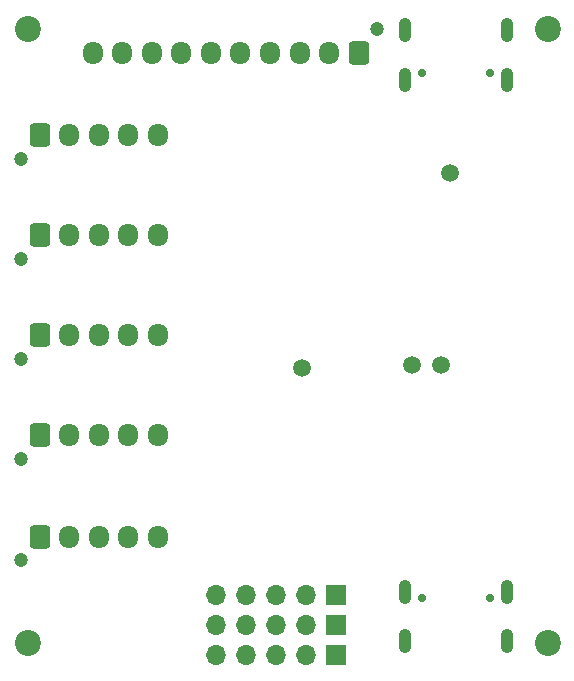
<source format=gbr>
%TF.GenerationSoftware,KiCad,Pcbnew,(6.0.0-0)*%
%TF.CreationDate,2022-12-18T13:40:03+01:00*%
%TF.ProjectId,ProtoBoardSE,50726f74-6f42-46f6-9172-6453452e6b69,rev?*%
%TF.SameCoordinates,Original*%
%TF.FileFunction,Soldermask,Bot*%
%TF.FilePolarity,Negative*%
%FSLAX46Y46*%
G04 Gerber Fmt 4.6, Leading zero omitted, Abs format (unit mm)*
G04 Created by KiCad (PCBNEW (6.0.0-0)) date 2022-12-18 13:40:03*
%MOMM*%
%LPD*%
G01*
G04 APERTURE LIST*
G04 Aperture macros list*
%AMRoundRect*
0 Rectangle with rounded corners*
0 $1 Rounding radius*
0 $2 $3 $4 $5 $6 $7 $8 $9 X,Y pos of 4 corners*
0 Add a 4 corners polygon primitive as box body*
4,1,4,$2,$3,$4,$5,$6,$7,$8,$9,$2,$3,0*
0 Add four circle primitives for the rounded corners*
1,1,$1+$1,$2,$3*
1,1,$1+$1,$4,$5*
1,1,$1+$1,$6,$7*
1,1,$1+$1,$8,$9*
0 Add four rect primitives between the rounded corners*
20,1,$1+$1,$2,$3,$4,$5,0*
20,1,$1+$1,$4,$5,$6,$7,0*
20,1,$1+$1,$6,$7,$8,$9,0*
20,1,$1+$1,$8,$9,$2,$3,0*%
G04 Aperture macros list end*
%ADD10C,2.200000*%
%ADD11C,1.200000*%
%ADD12RoundRect,0.250000X-0.600000X-0.725000X0.600000X-0.725000X0.600000X0.725000X-0.600000X0.725000X0*%
%ADD13O,1.700000X1.950000*%
%ADD14C,0.700000*%
%ADD15O,1.050000X2.100000*%
%ADD16R,1.700000X1.700000*%
%ADD17O,1.700000X1.700000*%
%ADD18RoundRect,0.250000X0.600000X0.725000X-0.600000X0.725000X-0.600000X-0.725000X0.600000X-0.725000X0*%
%ADD19C,1.500000*%
G04 APERTURE END LIST*
D10*
%TO.C,H4*%
X162000000Y-32000000D03*
%TD*%
%TO.C,H3*%
X162000000Y-84000000D03*
%TD*%
%TO.C,H2*%
X206000000Y-84000000D03*
%TD*%
%TO.C,H1*%
X206000000Y-32000000D03*
%TD*%
D11*
%TO.C,J5*%
X161400000Y-51500000D03*
D12*
X163000000Y-49500000D03*
D13*
X165500000Y-49500000D03*
X168000000Y-49500000D03*
X170500000Y-49500000D03*
X173000000Y-49500000D03*
%TD*%
D14*
%TO.C,J1*%
X195360000Y-80212500D03*
X201140000Y-80212500D03*
D15*
X193930000Y-79682500D03*
X202570000Y-79682500D03*
X193930000Y-83862500D03*
X202570000Y-83862500D03*
%TD*%
D11*
%TO.C,J10*%
X161400000Y-68400000D03*
D12*
X163000000Y-66400000D03*
D13*
X165500000Y-66400000D03*
X168000000Y-66400000D03*
X170500000Y-66400000D03*
X173000000Y-66400000D03*
%TD*%
D16*
%TO.C,J7*%
X188075000Y-82460000D03*
D17*
X185535000Y-82460000D03*
X182995000Y-82460000D03*
X180455000Y-82460000D03*
X177915000Y-82460000D03*
%TD*%
D16*
%TO.C,J11*%
X188075000Y-79920000D03*
D17*
X185535000Y-79920000D03*
X182995000Y-79920000D03*
X180455000Y-79920000D03*
X177915000Y-79920000D03*
%TD*%
D11*
%TO.C,J6*%
X161400000Y-43000000D03*
D12*
X163000000Y-41000000D03*
D13*
X165500000Y-41000000D03*
X168000000Y-41000000D03*
X170500000Y-41000000D03*
X173000000Y-41000000D03*
%TD*%
D14*
%TO.C,J2*%
X201140000Y-35787500D03*
X195360000Y-35787500D03*
D15*
X202570000Y-36317500D03*
X193930000Y-36317500D03*
X202570000Y-32137500D03*
X193930000Y-32137500D03*
%TD*%
D16*
%TO.C,J4*%
X188075000Y-85000000D03*
D17*
X185535000Y-85000000D03*
X182995000Y-85000000D03*
X180455000Y-85000000D03*
X177915000Y-85000000D03*
%TD*%
D11*
%TO.C,J3*%
X191600000Y-32025000D03*
D18*
X190000000Y-34025000D03*
D13*
X187500000Y-34025000D03*
X185000000Y-34025000D03*
X182500000Y-34025000D03*
X180000000Y-34025000D03*
X177500000Y-34025000D03*
X175000000Y-34025000D03*
X172500000Y-34025000D03*
X170000000Y-34025000D03*
X167500000Y-34025000D03*
%TD*%
D11*
%TO.C,J8*%
X161400000Y-59950000D03*
D12*
X163000000Y-57950000D03*
D13*
X165500000Y-57950000D03*
X168000000Y-57950000D03*
X170500000Y-57950000D03*
X173000000Y-57950000D03*
%TD*%
D11*
%TO.C,J9*%
X161400000Y-77000000D03*
D12*
X163000000Y-75000000D03*
D13*
X165500000Y-75000000D03*
X168000000Y-75000000D03*
X170500000Y-75000000D03*
X173000000Y-75000000D03*
%TD*%
D19*
%TO.C,TP1*%
X197750000Y-44250000D03*
%TD*%
%TO.C,TP4*%
X185250000Y-60750000D03*
%TD*%
%TO.C,TP3*%
X197000000Y-60500000D03*
%TD*%
%TO.C,TP2*%
X194500000Y-60500000D03*
%TD*%
M02*

</source>
